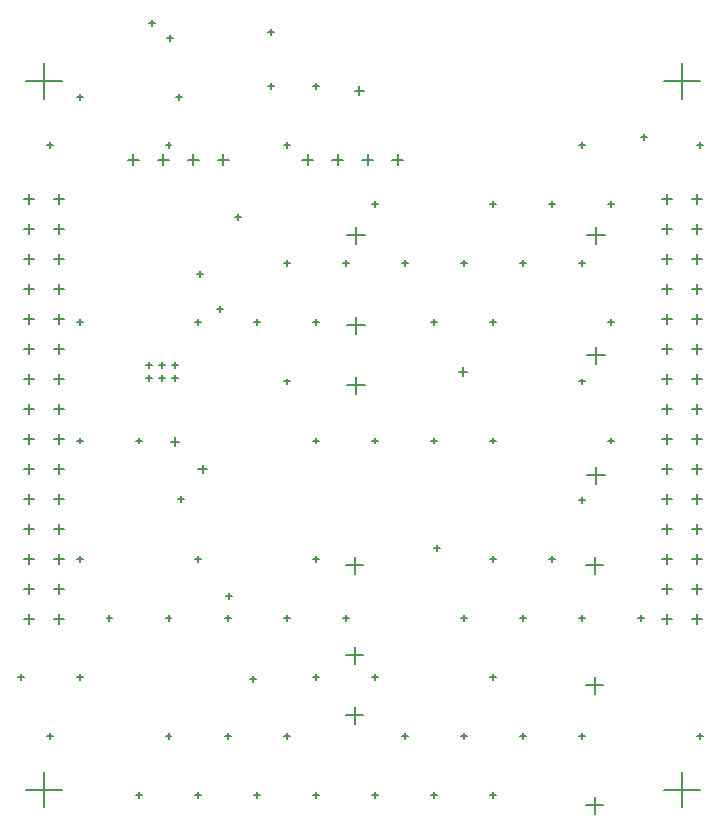
<source format=gbr>
G04 Layer_Color=128*
%FSLAX26Y26*%
%MOIN*%
%TF.FileFunction,Drillmap*%
%TF.Part,Single*%
G01*
G75*
%TA.AperFunction,NonConductor*%
%ADD106C,0.005000*%
D106*
X578741Y2100000D02*
X616143D01*
X597442Y2081299D02*
Y2118701D01*
X478741Y2100000D02*
X516143D01*
X497442Y2081299D02*
Y2118701D01*
X378741Y2100000D02*
X416143D01*
X397442Y2081299D02*
Y2118701D01*
X278741Y2100000D02*
X316143D01*
X297442Y2081299D02*
Y2118701D01*
X2058267Y568504D02*
X2093700D01*
X2075984Y550788D02*
Y586221D01*
X2158267Y568504D02*
X2193700D01*
X2175984Y550788D02*
Y586221D01*
X2058267Y668504D02*
X2093700D01*
X2075984Y650788D02*
Y686221D01*
X2158267Y668504D02*
X2193700D01*
X2175984Y650788D02*
Y686221D01*
X2058267Y768504D02*
X2093700D01*
X2075984Y750788D02*
Y786221D01*
X2158267Y768504D02*
X2193700D01*
X2175984Y750788D02*
Y786221D01*
X2058267Y868504D02*
X2093700D01*
X2075984Y850788D02*
Y886221D01*
X2158267Y868504D02*
X2193700D01*
X2175984Y850788D02*
Y886221D01*
X2058267Y968504D02*
X2093700D01*
X2075984Y950788D02*
Y986221D01*
X2158267Y968504D02*
X2193700D01*
X2175984Y950788D02*
Y986221D01*
X2058267Y1068504D02*
X2093700D01*
X2075984Y1050787D02*
Y1086220D01*
X2158267Y1068504D02*
X2193700D01*
X2175984Y1050787D02*
Y1086220D01*
X2058267Y1168504D02*
X2093700D01*
X2075984Y1150787D02*
Y1186220D01*
X2158267Y1168504D02*
X2193700D01*
X2175984Y1150787D02*
Y1186220D01*
X2058267Y1268504D02*
X2093700D01*
X2075984Y1250787D02*
Y1286220D01*
X2158267Y1268504D02*
X2193700D01*
X2175984Y1250787D02*
Y1286220D01*
X2058267Y1368504D02*
X2093700D01*
X2075984Y1350787D02*
Y1386220D01*
X2158267Y1368504D02*
X2193700D01*
X2175984Y1350787D02*
Y1386220D01*
X2058267Y1468504D02*
X2093700D01*
X2075984Y1450787D02*
Y1486220D01*
X2158267Y1468504D02*
X2193700D01*
X2175984Y1450787D02*
Y1486220D01*
X2058267Y1568504D02*
X2093700D01*
X2075984Y1550787D02*
Y1586220D01*
X2158267Y1568504D02*
X2193700D01*
X2175984Y1550787D02*
Y1586220D01*
X2058267Y1668504D02*
X2093700D01*
X2075984Y1650787D02*
Y1686220D01*
X2158267Y1668504D02*
X2193700D01*
X2175984Y1650787D02*
Y1686220D01*
X2058267Y1768504D02*
X2093700D01*
X2075984Y1750787D02*
Y1786220D01*
X2158267Y1768504D02*
X2193700D01*
X2175984Y1750787D02*
Y1786220D01*
X2058267Y1868504D02*
X2093700D01*
X2075984Y1850787D02*
Y1886220D01*
X2158267Y1868504D02*
X2193700D01*
X2175984Y1850787D02*
Y1886220D01*
X2058267Y1968504D02*
X2093700D01*
X2075984Y1950787D02*
Y1986220D01*
X2158267Y1968504D02*
X2193700D01*
X2175984Y1950787D02*
Y1986220D01*
X-67716Y568504D02*
X-32283D01*
X-50000Y550788D02*
Y586221D01*
X32283Y568504D02*
X67716D01*
X50000Y550788D02*
Y586221D01*
X-67716Y668504D02*
X-32283D01*
X-50000Y650788D02*
Y686221D01*
X32283Y668504D02*
X67716D01*
X50000Y650788D02*
Y686221D01*
X-67716Y768504D02*
X-32283D01*
X-50000Y750788D02*
Y786221D01*
X32283Y768504D02*
X67716D01*
X50000Y750788D02*
Y786221D01*
X-67716Y868504D02*
X-32283D01*
X-50000Y850788D02*
Y886221D01*
X32283Y868504D02*
X67716D01*
X50000Y850788D02*
Y886221D01*
X-67716Y968504D02*
X-32283D01*
X-50000Y950788D02*
Y986221D01*
X32283Y968504D02*
X67716D01*
X50000Y950788D02*
Y986221D01*
X-67716Y1068504D02*
X-32283D01*
X-50000Y1050787D02*
Y1086220D01*
X32283Y1068504D02*
X67716D01*
X50000Y1050787D02*
Y1086220D01*
X-67716Y1168504D02*
X-32283D01*
X-50000Y1150787D02*
Y1186220D01*
X32283Y1168504D02*
X67716D01*
X50000Y1150787D02*
Y1186220D01*
X-67716Y1268504D02*
X-32283D01*
X-50000Y1250787D02*
Y1286220D01*
X32283Y1268504D02*
X67716D01*
X50000Y1250787D02*
Y1286220D01*
X-67716Y1368504D02*
X-32283D01*
X-50000Y1350787D02*
Y1386220D01*
X32283Y1368504D02*
X67716D01*
X50000Y1350787D02*
Y1386220D01*
X-67716Y1468504D02*
X-32283D01*
X-50000Y1450787D02*
Y1486220D01*
X32283Y1468504D02*
X67716D01*
X50000Y1450787D02*
Y1486220D01*
X-67716Y1568504D02*
X-32283D01*
X-50000Y1550787D02*
Y1586220D01*
X32283Y1568504D02*
X67716D01*
X50000Y1550787D02*
Y1586220D01*
X-67716Y1668504D02*
X-32283D01*
X-50000Y1650787D02*
Y1686220D01*
X32283Y1668504D02*
X67716D01*
X50000Y1650787D02*
Y1686220D01*
X-67716Y1768504D02*
X-32283D01*
X-50000Y1750787D02*
Y1786220D01*
X32283Y1768504D02*
X67716D01*
X50000Y1750787D02*
Y1786220D01*
X-67716Y1868504D02*
X-32283D01*
X-50000Y1850787D02*
Y1886220D01*
X32283Y1868504D02*
X67716D01*
X50000Y1850787D02*
Y1886220D01*
X-67716Y1968504D02*
X-32283D01*
X-50000Y1950787D02*
Y1986220D01*
X32283Y1968504D02*
X67716D01*
X50000Y1950787D02*
Y1986220D01*
X1810473Y1447000D02*
X1869527D01*
X1840000Y1417473D02*
Y1476527D01*
X1010472Y1847000D02*
X1069527D01*
X1040000Y1817473D02*
Y1876527D01*
X1010472Y1547000D02*
X1069527D01*
X1040000Y1517473D02*
Y1576527D01*
X1010472Y1347000D02*
X1069527D01*
X1040000Y1317473D02*
Y1376527D01*
X1810473Y1847000D02*
X1869527D01*
X1840000Y1817473D02*
Y1876527D01*
X1810473Y1047000D02*
X1869527D01*
X1840000Y1017472D02*
Y1076527D01*
X1805473Y-53000D02*
X1864527D01*
X1835000Y-82528D02*
Y-23473D01*
X1805473Y747000D02*
X1864527D01*
X1835000Y717472D02*
Y776528D01*
X1005472Y247000D02*
X1064527D01*
X1035000Y217472D02*
Y276527D01*
X1005472Y447000D02*
X1064527D01*
X1035000Y417473D02*
Y476527D01*
X1005472Y747000D02*
X1064527D01*
X1035000Y717472D02*
Y776528D01*
X1805473Y347000D02*
X1864527D01*
X1835000Y317473D02*
Y376527D01*
X1160275Y2100000D02*
X1197677D01*
X1178976Y2081299D02*
Y2118701D01*
X1060275Y2100000D02*
X1097677D01*
X1078976Y2081299D02*
Y2118701D01*
X960275Y2100000D02*
X997677D01*
X978976Y2081299D02*
Y2118701D01*
X860275Y2100000D02*
X897677D01*
X878976Y2081299D02*
Y2118701D01*
X2066930Y2362204D02*
X2185040D01*
X2125985Y2303149D02*
Y2421260D01*
X-59055Y2362204D02*
X59055D01*
X0Y2303149D02*
Y2421260D01*
X2066929Y0D02*
X2185039D01*
X2125984Y-59055D02*
Y59055D01*
X-59055Y0D02*
X59055D01*
X0Y-59055D02*
Y59055D01*
X110157Y2308276D02*
X129843D01*
X120000Y2298434D02*
Y2318119D01*
X746142Y2526500D02*
X765827D01*
X755985Y2516657D02*
Y2536342D01*
X410158Y2505345D02*
X429842D01*
X420000Y2495502D02*
Y2515187D01*
X340158Y1415000D02*
X359842D01*
X350000Y1405158D02*
Y1424842D01*
X340158Y1371692D02*
X359842D01*
X350000Y1361850D02*
Y1381534D01*
X383466Y1415000D02*
X403151D01*
X393308Y1405158D02*
Y1424842D01*
X383466Y1371692D02*
X403151D01*
X393308Y1361850D02*
Y1381534D01*
X426772Y1415000D02*
X446457D01*
X436614Y1405158D02*
Y1424842D01*
X426772Y1371692D02*
X446457D01*
X436614Y1361850D02*
Y1381534D01*
X2176631Y2147788D02*
X2196316D01*
X2186473Y2137945D02*
Y2157630D01*
X2176631Y179284D02*
X2196316D01*
X2186473Y169441D02*
Y189126D01*
X1881355Y1950937D02*
X1901040D01*
X1891198Y1941095D02*
Y1960780D01*
X1881355Y1557236D02*
X1901040D01*
X1891198Y1547394D02*
Y1567079D01*
X1881355Y1163536D02*
X1901040D01*
X1891198Y1153693D02*
Y1173378D01*
X1979780Y572984D02*
X1999465D01*
X1989623Y563142D02*
Y582827D01*
X1782930Y2147788D02*
X1802615D01*
X1792772Y2137945D02*
Y2157630D01*
X1684505Y1950937D02*
X1704190D01*
X1694347Y1941095D02*
Y1960780D01*
X1782930Y1754087D02*
X1802615D01*
X1792772Y1744244D02*
Y1763929D01*
X1782930Y1360386D02*
X1802615D01*
X1792772Y1350543D02*
Y1370228D01*
X1782930Y966685D02*
X1802615D01*
X1792772Y956843D02*
Y976528D01*
X1684505Y769835D02*
X1704190D01*
X1694347Y759992D02*
Y779677D01*
X1782930Y572984D02*
X1802615D01*
X1792772Y563142D02*
Y582827D01*
X1782930Y179284D02*
X1802615D01*
X1792772Y169441D02*
Y189126D01*
X1487654Y1950937D02*
X1507339D01*
X1497497Y1941095D02*
Y1960780D01*
X1586080Y1754087D02*
X1605764D01*
X1595922Y1744244D02*
Y1763929D01*
X1487654Y1557236D02*
X1507339D01*
X1497497Y1547394D02*
Y1567079D01*
X1487654Y1163536D02*
X1507339D01*
X1497497Y1153693D02*
Y1173378D01*
X1487654Y769835D02*
X1507339D01*
X1497497Y759992D02*
Y779677D01*
X1586080Y572984D02*
X1605764D01*
X1595922Y563142D02*
Y582827D01*
X1487654Y376134D02*
X1507339D01*
X1497497Y366291D02*
Y385976D01*
X1586080Y179284D02*
X1605764D01*
X1595922Y169441D02*
Y189126D01*
X1487654Y-17567D02*
X1507339D01*
X1497497Y-27409D02*
Y-7724D01*
X1389229Y1754087D02*
X1408914D01*
X1399072Y1744244D02*
Y1763929D01*
X1290804Y1557236D02*
X1310489D01*
X1300646Y1547394D02*
Y1567079D01*
X1290804Y1163536D02*
X1310489D01*
X1300646Y1153693D02*
Y1173378D01*
X1389229Y572984D02*
X1408914D01*
X1399072Y563142D02*
Y582827D01*
X1389229Y179284D02*
X1408914D01*
X1399072Y169441D02*
Y189126D01*
X1290804Y-17567D02*
X1310489D01*
X1300646Y-27409D02*
Y-7724D01*
X1093954Y1950937D02*
X1113639D01*
X1103796Y1941095D02*
Y1960780D01*
X1192379Y1754087D02*
X1212064D01*
X1202221Y1744244D02*
Y1763929D01*
X1093954Y1163536D02*
X1113639D01*
X1103796Y1153693D02*
Y1173378D01*
X1093954Y376134D02*
X1113639D01*
X1103796Y366291D02*
Y385976D01*
X1192379Y179284D02*
X1212064D01*
X1202221Y169441D02*
Y189126D01*
X1093954Y-17567D02*
X1113639D01*
X1103796Y-27409D02*
Y-7724D01*
X897103Y2344638D02*
X916788D01*
X906946Y2334796D02*
Y2354481D01*
X995528Y1754087D02*
X1015213D01*
X1005371Y1744244D02*
Y1763929D01*
X897103Y1557236D02*
X916788D01*
X906946Y1547394D02*
Y1567079D01*
X897103Y1163536D02*
X916788D01*
X906946Y1153693D02*
Y1173378D01*
X897103Y769835D02*
X916788D01*
X906946Y759992D02*
Y779677D01*
X995528Y572984D02*
X1015213D01*
X1005371Y563142D02*
Y582827D01*
X897103Y376134D02*
X916788D01*
X906946Y366291D02*
Y385976D01*
X897103Y-17567D02*
X916788D01*
X906946Y-27409D02*
Y-7724D01*
X798678Y2147788D02*
X818363D01*
X808520Y2137945D02*
Y2157630D01*
X798678Y1754087D02*
X818363D01*
X808520Y1744244D02*
Y1763929D01*
X700253Y1557236D02*
X719938D01*
X710095Y1547394D02*
Y1567079D01*
X798678Y1360386D02*
X818363D01*
X808520Y1350543D02*
Y1370228D01*
X798678Y572984D02*
X818363D01*
X808520Y563142D02*
Y582827D01*
X798678Y179284D02*
X818363D01*
X808520Y169441D02*
Y189126D01*
X700253Y-17567D02*
X719938D01*
X710095Y-27409D02*
Y-7724D01*
X503402Y1557236D02*
X523087D01*
X513245Y1547394D02*
Y1567079D01*
X503402Y769835D02*
X523087D01*
X513245Y759992D02*
Y779677D01*
X601827Y572984D02*
X621513D01*
X611670Y563142D02*
Y582827D01*
X601827Y179284D02*
X621513D01*
X611670Y169441D02*
Y189126D01*
X503402Y-17567D02*
X523087D01*
X513245Y-27409D02*
Y-7724D01*
X404977Y2147788D02*
X424662D01*
X414820Y2137945D02*
Y2157630D01*
X306552Y1163536D02*
X326237D01*
X316394Y1153693D02*
Y1173378D01*
X404977Y572984D02*
X424662D01*
X414820Y563142D02*
Y582827D01*
X404977Y179284D02*
X424662D01*
X414820Y169441D02*
Y189126D01*
X306552Y-17567D02*
X326237D01*
X316394Y-27409D02*
Y-7724D01*
X109701Y1557236D02*
X129387D01*
X119544Y1547394D02*
Y1567079D01*
X109701Y1163536D02*
X129387D01*
X119544Y1153693D02*
Y1173378D01*
X109701Y769835D02*
X129387D01*
X119544Y759992D02*
Y779677D01*
X208127Y572984D02*
X227812D01*
X217969Y563142D02*
Y582827D01*
X109701Y376134D02*
X129387D01*
X119544Y366291D02*
Y385976D01*
X11276Y2147788D02*
X30961D01*
X21119Y2137945D02*
Y2157630D01*
X-87149Y376134D02*
X-67464D01*
X-77306Y366291D02*
Y385976D01*
X11276Y179284D02*
X30961D01*
X21119Y169441D02*
Y189126D01*
X440158Y2310000D02*
X459842D01*
X450000Y2300157D02*
Y2319843D01*
X577597Y1603348D02*
X597283D01*
X587440Y1593505D02*
Y1613190D01*
X510158Y1720000D02*
X529842D01*
X520000Y1710158D02*
Y1729842D01*
X635158Y1910000D02*
X654842D01*
X645000Y1900158D02*
Y1919842D01*
X746142Y2345000D02*
X765827D01*
X755985Y2335157D02*
Y2354842D01*
X351142Y2555000D02*
X370827D01*
X360985Y2545157D02*
Y2564842D01*
X686142Y370000D02*
X705827D01*
X695985Y360157D02*
Y379842D01*
X1301142Y805000D02*
X1320827D01*
X1310985Y795157D02*
Y814842D01*
X1991142Y2175000D02*
X2010827D01*
X2000985Y2165157D02*
Y2184842D01*
X606142Y645000D02*
X625827D01*
X615985Y635157D02*
Y654842D01*
X446142Y970000D02*
X465827D01*
X455985Y960157D02*
Y979842D01*
X423357Y1160000D02*
X451357D01*
X437357Y1146000D02*
Y1174000D01*
X514662Y1069362D02*
X542662D01*
X528662Y1055362D02*
Y1083362D01*
X1381985Y1393346D02*
X1409985D01*
X1395985Y1379346D02*
Y1407346D01*
X1036985Y2330000D02*
X1064985D01*
X1050985Y2316000D02*
Y2344000D01*
%TF.MD5,15b04bb7a8d722a66abd0230811faa0e*%
M02*

</source>
